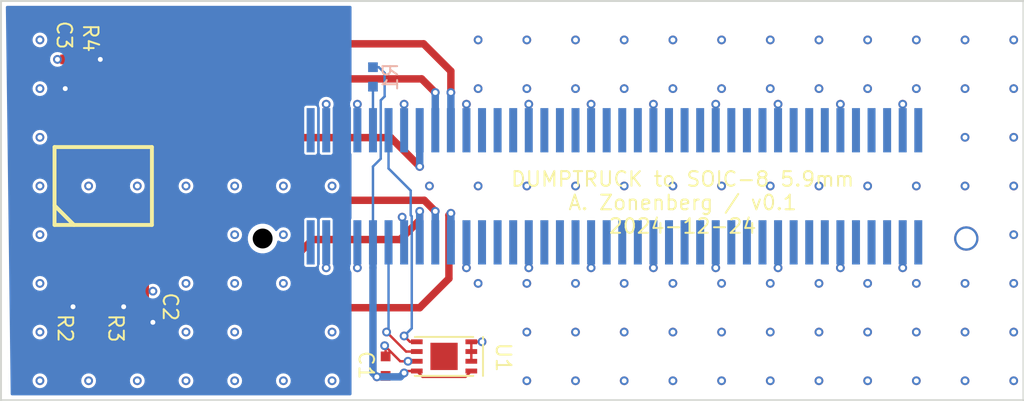
<source format=kicad_pcb>
(kicad_pcb (version 20240108) (generator "pcbnew") (generator_version "8.0")
  (layers (0 "F.Cu" signal) (1 "In1.Cu" signal) (2 "In2.Cu" signal) (31 "B.Cu" signal) (34 "B.Paste" user) (35 "F.Paste" user) (36 "B.SilkS" user "B.Silkscreen") (37 "F.SilkS" user "F.Silkscreen") (38 "B.Mask" user) (39 "F.Mask" user) (44 "Edge.Cuts" user))
  (net 0 "")
  (net 1 "/3V3_EEPROM")
  (net 2 "/GND")
  (net 3 "/VCC")
  (net 7 "/QSPI_DQ3")
  (net 10 "/QSPI_CS_N")
  (net 14 "/QSPI_SCK")
  (net 22 "/QSPI_DQ1")
  (net 35 "Net-(J1B-PRESENT)")
  (net 40 "/EEPROM_SDA")
  (net 42 "/QSPI_DQ2")
  (net 45 "/EEPROM_SCL")
  (net 55 "/QSPI_DQ0")
  (footprint "azonenberg_pcb:DFN_8_0.5MM_2x3MM_TALL" (layer "F.Cu") (at 131.75 92.25 90)
    (property "Reference" "U1" (at -0.05 3.05 -90) (layer "F.SilkS") (effects (font (size 0.75 0.75) (thickness 0.1))))
    (property "Value" "M24C02-RMC6TG" (hide yes))
    (fp_line (start 1 -1.5) (end 1 1.5) (stroke (width 0.1)) (layer "F.SilkS"))
    (fp_line (start -1 -1.5) (end -1 1.5) (stroke (width 0.1)) (layer "F.SilkS"))
    (fp_line (start -1 2) (end 1 2) (stroke (width 0.1)) (layer "F.SilkS"))
    (pad "1" smd rect (at -0.750001 1.4 90) (size 0.25 0.6) (layers "F.Cu" "F.Paste" "F.Mask") (net 1 "/3V3_EEPROM"))
    (pad "2" smd rect (at -0.25 1.4 90) (size 0.25 0.6) (layers "F.Cu" "F.Paste" "F.Mask") (net 2 "/GND"))
    (pad "3" smd rect (at 0.25 1.4 90) (size 0.25 0.6) (layers "F.Cu" "F.Paste" "F.Mask") (net 2 "/GND"))
    (pad "4" smd rect (at 0.750001 1.4 90) (size 0.25 0.6) (layers "F.Cu" "F.Paste" "F.Mask") (net 2 "/GND"))
    (pad "5" smd rect (at 0.750001 -1.4 90) (size 0.25 0.6) (layers "F.Cu" "F.Paste" "F.Mask") (net 40 "/EEPROM_SDA"))
    (pad "6" smd rect (at 0.25 -1.4 90) (size 0.25 0.6) (layers "F.Cu" "F.Paste" "F.Mask") (net 45 "/EEPROM_SCL"))
    (pad "7" smd rect (at -0.25 -1.4 90) (size 0.25 0.6) (layers "F.Cu" "F.Paste" "F.Mask") (net 2 "/GND"))
    (pad "8" smd rect (at -0.750001 -1.4 90) (size 0.25 0.6) (layers "F.Cu" "F.Paste" "F.Mask") (net 1 "/3V3_EEPROM"))
    (pad "PAD" smd rect (at 0 0 90) (size 1.4 1.4) (layers "F.Cu" "F.Mask"))
  )
  (footprint "azonenberg_pcb:EIA_0402_RES_NOSILK" (layer "F.Cu") (at 112.3 89.2 -90)
    (property "Reference" "R2" (at 1.6 0 -90) (layer "F.SilkS") (effects (font (size 0.75 0.75) (thickness 0.1))))
    (property "Value" "10K" (hide yes))
    (pad "1" smd rect (at -0.499999 0 270) (size 0.5 0.5) (layers "F.Cu" "F.Paste" "F.Mask") (net 10 "/QSPI_CS_N"))
    (pad "2" smd rect (at 0.499999 0 270) (size 0.5 0.5) (layers "F.Cu" "F.Paste" "F.Mask") (net 3 "/VCC"))
  )
  (footprint "azonenberg_pcb:SOIC_8_5.3MM" (layer "F.Cu") (at 114.25 83.5)
    (property "Reference" "U2" (hide yes))
    (property "Value" "DUT_SOCKET" (hide yes))
    (fp_line (start -2.5 -2) (end -2.5 2) (stroke (width 0.2)) (layer "F.SilkS"))
    (fp_line (start -2.5 1) (end -1.5 2) (stroke (width 0.2)) (layer "F.SilkS"))
    (fp_line (start -2.5 2) (end 2.5 2) (stroke (width 0.2)) (layer "F.SilkS"))
    (fp_line (start 2.5 -2) (end -2.5 -2) (stroke (width 0.2)) (layer "F.SilkS"))
    (fp_line (start 2.5 2) (end 2.5 -2) (stroke (width 0.2)) (layer "F.SilkS"))
    (pad "1" smd rect (at -1.905 3.65) (size 0.65 1.7) (layers "F.Cu" "F.Paste" "F.Mask") (net 10 "/QSPI_CS_N"))
    (pad "2" smd rect (at -0.635 3.65) (size 0.65 1.7) (layers "F.Cu" "F.Paste" "F.Mask") (net 22 "/QSPI_DQ1"))
    (pad "3" smd rect (at 0.635 3.65) (size 0.65 1.7) (layers "F.Cu" "F.Paste" "F.Mask") (net 42 "/QSPI_DQ2"))
    (pad "4" smd rect (at 1.905 3.65) (size 0.65 1.7) (layers "F.Cu" "F.Paste" "F.Mask") (net 2 "/GND"))
    (pad "5" smd rect (at 1.905 -3.65) (size 0.65 1.7) (layers "F.Cu" "F.Paste" "F.Mask") (net 55 "/QSPI_DQ0"))
    (pad "6" smd rect (at 0.635 -3.65) (size 0.65 1.7) (layers "F.Cu" "F.Paste" "F.Mask") (net 14 "/QSPI_SCK"))
    (pad "7" smd rect (at -0.635 -3.65) (size 0.65 1.7) (layers "F.Cu" "F.Paste" "F.Mask") (net 7 "/QSPI_DQ3"))
    (pad "8" smd rect (at -1.905 -3.65) (size 0.65 1.7) (layers "F.Cu" "F.Paste" "F.Mask") (net 3 "/VCC"))
  )
  (footprint "azonenberg_pcb:EIA_0402_RES_NOSILK" (layer "F.Cu") (at 114.9 89.2 -90)
    (property "Reference" "R3" (at 1.6 0 -90) (layer "F.SilkS") (effects (font (size 0.75 0.75) (thickness 0.1))))
    (property "Value" "10K" (hide yes))
    (pad "1" smd rect (at -0.499999 0 270) (size 0.5 0.5) (layers "F.Cu" "F.Paste" "F.Mask") (net 42 "/QSPI_DQ2"))
    (pad "2" smd rect (at 0.499999 0 270) (size 0.5 0.5) (layers "F.Cu" "F.Paste" "F.Mask") (net 3 "/VCC"))
  )
  (footprint "azonenberg_pcb:EIA_0402_CAP_NOSILK" (layer "F.Cu") (at 112.3 77.5 90)
    (property "Reference" "C3" (at 1.749999 -0.05 -90) (layer "F.SilkS") (effects (font (size 0.75 0.75) (thickness 0.1))))
    (property "Value" "0.47 uF" (hide yes))
    (pad "1" smd rect (at -0.499999 0 90) (size 0.5 0.5) (layers "F.Cu" "F.Paste" "F.Mask") (net 3 "/VCC"))
    (pad "2" smd rect (at 0.499999 0 90) (size 0.5 0.5) (layers "F.Cu" "F.Paste" "F.Mask") (net 2 "/GND"))
  )
  (footprint "azonenberg_pcb:EIA_0402_RES_NOSILK" (layer "F.Cu") (at 113.6 77.5 90)
    (property "Reference" "R4" (at 1.6 0 -90) (layer "F.SilkS") (effects (font (size 0.75 0.75) (thickness 0.1))))
    (property "Value" "10K" (hide yes))
    (pad "1" smd rect (at -0.499999 0 90) (size 0.5 0.5) (layers "F.Cu" "F.Paste" "F.Mask") (net 7 "/QSPI_DQ3"))
    (pad "2" smd rect (at 0.499999 0 90) (size 0.5 0.5) (layers "F.Cu" "F.Paste" "F.Mask") (net 3 "/VCC"))
  )
  (footprint "azonenberg_pcb:EIA_0402_CAP_NOSILK" (layer "F.Cu") (at 128.75 92.75 90)
    (property "Reference" "C1" (at 0.05 -1 -90) (layer "F.SilkS") (effects (font (size 0.75 0.75) (thickness 0.1))))
    (property "Value" "0.47 uF" (hide yes))
    (pad "1" smd rect (at -0.499999 0 90) (size 0.5 0.5) (layers "F.Cu" "F.Paste" "F.Mask") (net 1 "/3V3_EEPROM"))
    (pad "2" smd rect (at 0.499999 0 90) (size 0.5 0.5) (layers "F.Cu" "F.Paste" "F.Mask") (net 2 "/GND"))
  )
  (footprint "azonenberg_pcb:EIA_0603_CAP_NOSILK" (layer "F.Cu") (at 116.2 89.7 90)
    (property "Reference" "C2" (at 0 1.5 -90) (layer "F.SilkS") (effects (font (size 0.75 0.75) (thickness 0.1))))
    (property "Value" "4.7 uF" (hide yes))
    (pad "1" smd rect (at -0.75 0 90) (size 0.8 0.8) (layers "F.Cu" "F.Paste" "F.Mask") (net 3 "/VCC"))
    (pad "2" smd rect (at 0.75 0 90) (size 0.8 0.8) (layers "F.Cu" "F.Paste" "F.Mask") (net 2 "/GND"))
  )
  (footprint "azonenberg_pcb:EIA_0402_RES_NOSILK" (layer "B.Cu") (at 128.1 77.9 -90)
    (property "Reference" "R1" (at 0 -0.9 90) (layer "B.SilkS") (effects (font (size 0.75 0.75) (thickness 0.1)) (justify mirror)))
    (property "Value" "0" (hide yes))
    (pad "1" smd rect (at -0.499999 0 270) (size 0.5 0.5) (layers "B.Cu" "B.Paste" "B.Mask") (net 1 "/3V3_EEPROM"))
    (pad "2" smd rect (at 0.499999 0 270) (size 0.5 0.5) (layers "B.Cu" "B.Paste" "B.Mask") (net 35 "Net-(J1B-PRESENT)"))
  )
  (footprint "azonenberg_pcb:CONN_SAMTEC_BSE-040-01-L-D-A-TR" (layer "B.Cu") (at 140.5 83.5)
    (property "Reference" "J1" (hide yes))
    (property "Value" "CONN_DUMPTRUCK_DEVICE" (hide yes))
    (pad "" np_thru_hole circle (at -18.064 2.6965) (size 1.25 1.25) (drill 1.02) (layers "Dwgs.User"))
    (pad "" np_thru_hole circle (at 18.064 2.6965) (size 1.25 1.25) (drill 1.016) (layers "F&B.Cu" "Dwgs.User"))
    (pad "1" smd rect (at -15.6 -2.8635) (size 0.41 2.273) (layers "B.Cu" "B.Paste" "B.Mask"))
    (pad "2" smd rect (at -15.6 2.8935) (size 0.41 2.273) (layers "B.Cu" "B.Paste" "B.Mask"))
    (pad "3" smd rect (at -14.8 -2.8635) (size 0.41 2.273) (layers "B.Cu" "B.Paste" "B.Mask") (net 2 "/GND"))
    (pad "4" smd rect (at -14.8 2.8935) (size 0.41 2.273) (layers "B.Cu" "B.Paste" "B.Mask") (net 2 "/GND"))
    (pad "5" smd rect (at -14 -2.8635) (size 0.41 2.273) (layers "B.Cu" "B.Paste" "B.Mask") (net 3 "/VCC"))
    (pad "6" smd rect (at -14 2.8935) (size 0.41 2.273) (layers "B.Cu" "B.Paste" "B.Mask") (net 3 "/VCC"))
    (pad "7" smd rect (at -13.2 -2.8635) (size 0.41 2.273) (layers "B.Cu" "B.Paste" "B.Mask") (net 2 "/GND"))
    (pad "8" smd rect (at -13.2 2.8935) (size 0.41 2.273) (layers "B.Cu" "B.Paste" "B.Mask") (net 2 "/GND"))
    (pad "9" smd rect (at -12.4 -2.8635) (size 0.41 2.273) (layers "B.Cu" "B.Paste" "B.Mask") (net 35 "Net-(J1B-PRESENT)"))
    (pad "10" smd rect (at -12.4 2.8935) (size 0.41 2.273) (layers "B.Cu" "B.Paste" "B.Mask") (net 1 "/3V3_EEPROM"))
    (pad "11" smd rect (at -11.6 -2.8635) (size 0.41 2.273) (layers "B.Cu" "B.Paste" "B.Mask") (net 40 "/EEPROM_SDA"))
    (pad "12" smd rect (at -11.6 2.8935) (size 0.41 2.273) (layers "B.Cu" "B.Paste" "B.Mask") (net 45 "/EEPROM_SCL"))
    (pad "13" smd rect (at -10.8 -2.8635) (size 0.41 2.273) (layers "B.Cu" "B.Paste" "B.Mask") (net 2 "/GND"))
    (pad "14" smd rect (at -10.8 2.8935) (size 0.41 2.273) (layers "B.Cu" "B.Paste" "B.Mask") (net 2 "/GND"))
    (pad "15" smd rect (at -10 -2.8635) (size 0.41 2.273) (layers "B.Cu" "B.Paste" "B.Mask") (net 14 "/QSPI_SCK"))
    (pad "16" smd rect (at -10 2.8935) (size 0.41 2.273) (layers "B.Cu" "B.Paste" "B.Mask") (net 42 "/QSPI_DQ2"))
    (pad "17" smd rect (at -9.2 -2.8635) (size 0.41 2.273) (layers "B.Cu" "B.Paste" "B.Mask") (net 55 "/QSPI_DQ0"))
    (pad "18" smd rect (at -9.2 2.8935) (size 0.41 2.273) (layers "B.Cu" "B.Paste" "B.Mask") (net 22 "/QSPI_DQ1"))
    (pad "19" smd rect (at -8.4 -2.8635) (size 0.41 2.273) (layers "B.Cu" "B.Paste" "B.Mask") (net 7 "/QSPI_DQ3"))
    (pad "20" smd rect (at -8.4 2.8935) (size 0.41 2.273) (layers "B.Cu" "B.Paste" "B.Mask") (net 10 "/QSPI_CS_N"))
    (pad "21" smd rect (at -7.6 -2.8635) (size 0.41 2.273) (layers "B.Cu" "B.Paste" "B.Mask") (net 2 "/GND"))
    (pad "22" smd rect (at -7.6 2.8935) (size 0.41 2.273) (layers "B.Cu" "B.Paste" "B.Mask") (net 2 "/GND"))
    (pad "23" smd rect (at -6.8 -2.8635) (size 0.41 2.273) (layers "B.Cu" "B.Paste" "B.Mask"))
    (pad "24" smd rect (at -6.8 2.8935) (size 0.41 2.273) (layers "B.Cu" "B.Paste" "B.Mask"))
    (pad "25" smd rect (at -6 -2.8635) (size 0.41 2.273) (layers "B.Cu" "B.Paste" "B.Mask"))
    (pad "26" smd rect (at -6 2.8935) (size 0.41 2.273) (layers "B.Cu" "B.Paste" "B.Mask"))
    (pad "27" smd rect (at -5.2 -2.8635) (size 0.41 2.273) (layers "B.Cu" "B.Paste" "B.Mask"))
    (pad "28" smd rect (at -5.2 2.8935) (size 0.41 2.273) (layers "B.Cu" "B.Paste" "B.Mask"))
    (pad "29" smd rect (at -4.4 -2.8635) (size 0.41 2.273) (layers "B.Cu" "B.Paste" "B.Mask") (net 2 "/GND"))
    (pad "30" smd rect (at -4.4 2.8935) (size 0.41 2.273) (layers "B.Cu" "B.Paste" "B.Mask") (net 2 "/GND"))
    (pad "31" smd rect (at -3.6 -2.8635) (size 0.41 2.273) (layers "B.Cu" "B.Paste" "B.Mask"))
    (pad "32" smd rect (at -3.6 2.8935) (size 0.41 2.273) (layers "B.Cu" "B.Paste" "B.Mask"))
    (pad "33" smd rect (at -2.8 -2.8635) (size 0.41 2.273) (layers "B.Cu" "B.Paste" "B.Mask"))
    (pad "34" smd rect (at -2.8 2.8935) (size 0.41 2.273) (layers "B.Cu" "B.Paste" "B.Mask"))
    (pad "35" smd rect (at -2 -2.8635) (size 0.41 2.273) (layers "B.Cu" "B.Paste" "B.Mask"))
    (pad "36" smd rect (at -2 2.8935) (size 0.41 2.273) (layers "B.Cu" "B.Paste" "B.Mask"))
    (pad "37" smd rect (at -1.2 -2.8635) (size 0.41 2.273) (layers "B.Cu" "B.Paste" "B.Mask") (net 2 "/GND"))
    (pad "38" smd rect (at -1.2 2.8935) (size 0.41 2.273) (layers "B.Cu" "B.Paste" "B.Mask") (net 2 "/GND"))
    (pad "39" smd rect (at -0.4 -2.8635) (size 0.41 2.273) (layers "B.Cu" "B.Paste" "B.Mask"))
    (pad "40" smd rect (at -0.4 2.8935) (size 0.41 2.273) (layers "B.Cu" "B.Paste" "B.Mask"))
    (pad "41" smd rect (at 0.4 -2.8635) (size 0.41 2.273) (layers "B.Cu" "B.Paste" "B.Mask"))
    (pad "42" smd rect (at 0.4 2.8935) (size 0.41 2.273) (layers "B.Cu" "B.Paste" "B.Mask"))
    (pad "43" smd rect (at 1.2 -2.8635) (size 0.41 2.273) (layers "B.Cu" "B.Paste" "B.Mask"))
    (pad "44" smd rect (at 1.2 2.8935) (size 0.41 2.273) (layers "B.Cu" "B.Paste" "B.Mask"))
    (pad "45" smd rect (at 2 -2.8635) (size 0.41 2.273) (layers "B.Cu" "B.Paste" "B.Mask") (net 2 "/GND"))
    (pad "46" smd rect (at 2 2.8935) (size 0.41 2.273) (layers "B.Cu" "B.Paste" "B.Mask") (net 2 "/GND"))
    (pad "47" smd rect (at 2.8 -2.8635) (size 0.41 2.273) (layers "B.Cu" "B.Paste" "B.Mask"))
    (pad "48" smd rect (at 2.8 2.8935) (size 0.41 2.273) (layers "B.Cu" "B.Paste" "B.Mask"))
    (pad "49" smd rect (at 3.6 -2.8635) (size 0.41 2.273) (layers "B.Cu" "B.Paste" "B.Mask"))
    (pad "50" smd rect (at 3.6 2.8935) (size 0.41 2.273) (layers "B.Cu" "B.Paste" "B.Mask"))
    (pad "51" smd rect (at 4.4 -2.8635) (size 0.41 2.273) (layers "B.Cu" "B.Paste" "B.Mask"))
    (pad "52" smd rect (at 4.4 2.8935) (size 0.41 2.273) (layers "B.Cu" "B.Paste" "B.Mask"))
    (pad "53" smd rect (at 5.2 -2.8635) (size 0.41 2.273) (layers "B.Cu" "B.Paste" "B.Mask") (net 2 "/GND"))
    (pad "54" smd rect (at 5.2 2.8935) (size 0.41 2.273) (layers "B.Cu" "B.Paste" "B.Mask") (net 2 "/GND"))
    (pad "55" smd rect (at 6 -2.8635) (size 0.41 2.273) (layers "B.Cu" "B.Paste" "B.Mask"))
    (pad "56" smd rect (at 6 2.8935) (size 0.41 2.273) (layers "B.Cu" "B.Paste" "B.Mask"))
    (pad "57" smd rect (at 6.8 -2.8635) (size 0.41 2.273) (layers "B.Cu" "B.Paste" "B.Mask"))
    (pad "58" smd rect (at 6.8 2.8935) (size 0.41 2.273) (layers "B.Cu" "B.Paste" "B.Mask"))
    (pad "59" smd rect (at 7.6 -2.8635) (size 0.41 2.273) (layers "B.Cu" "B.Paste" "B.Mask"))
    (pad "60" smd rect (at 7.6 2.8935) (size 0.41 2.273) (layers "B.Cu" "B.Paste" "B.Mask"))
    (pad "61" smd rect (at 8.4 -2.8635) (size 0.41 2.273) (layers "B.Cu" "B.Paste" "B.Mask") (net 2 "/GND"))
    (pad "62" smd rect (at 8.4 2.8935) (size 0.41 2.273) (layers "B.Cu" "B.Paste" "B.Mask") (net 2 "/GND"))
    (pad "63" smd rect (at 9.2 -2.8635) (size 0.41 2.273) (layers "B.Cu" "B.Paste" "B.Mask"))
    (pad "64" smd rect (at 9.2 2.8935) (size 0.41 2.273) (layers "B.Cu" "B.Paste" "B.Mask"))
    (pad "65" smd rect (at 10 -2.8635) (size 0.41 2.273) (layers "B.Cu" "B.Paste" "B.Mask"))
    (pad "66" smd rect (at 10 2.8935) (size 0.41 2.273) (layers "B.Cu" "B.Paste" "B.Mask"))
    (pad "67" smd rect (at 10.8 -2.8635) (size 0.41 2.273) (layers "B.Cu" "B.Paste" "B.Mask"))
    (pad "68" smd rect (at 10.8 2.8935) (size 0.41 2.273) (layers "B.Cu" "B.Paste" "B.Mask"))
    (pad "69" smd rect (at 11.6 -2.8635) (size 0.41 2.273) (layers "B.Cu" "B.Paste" "B.Mask") (net 2 "/GND"))
    (pad "70" smd rect (at 11.6 2.8935) (size 0.41 2.273) (layers "B.Cu" "B.Paste" "B.Mask") (net 2 "/GND"))
    (pad "71" smd rect (at 12.4 -2.8635) (size 0.41 2.273) (layers "B.Cu" "B.Paste" "B.Mask"))
    (pad "72" smd rect (at 12.4 2.8935) (size 0.41 2.273) (layers "B.Cu" "B.Paste" "B.Mask"))
    (pad "73" smd rect (at 13.2 -2.8635) (size 0.41 2.273) (layers "B.Cu" "B.Paste" "B.Mask"))
    (pad "74" smd rect (at 13.2 2.8935) (size 0.41 2.273) (layers "B.Cu" "B.Paste" "B.Mask"))
    (pad "75" smd rect (at 14 -2.8635) (size 0.41 2.273) (layers "B.Cu" "B.Paste" "B.Mask"))
    (pad "76" smd rect (at 14 2.8935) (size 0.41 2.273) (layers "B.Cu" "B.Paste" "B.Mask"))
    (pad "77" smd rect (at 14.8 -2.8635) (size 0.41 2.273) (layers "B.Cu" "B.Paste" "B.Mask") (net 2 "/GND"))
    (pad "78" smd rect (at 14.8 2.8935) (size 0.41 2.273) (layers "B.Cu" "B.Paste" "B.Mask") (net 2 "/GND"))
    (pad "79" smd rect (at 15.6 -2.8635) (size 0.41 2.273) (layers "B.Cu" "B.Paste" "B.Mask"))
    (pad "80" smd rect (at 15.6 2.8935) (size 0.41 2.273) (layers "B.Cu" "B.Paste" "B.Mask"))
  )
  (gr_rect (start 109 74) (end 161.5 94.5) (stroke (width 0.1)) (fill none) (layer "Edge.Cuts"))
  (gr_text "DUMPTRUCK to SOIC-8 5.9mm\nA. Zonenberg / v0.1\n2024-12-24" (at 144 86 0) (layer "F.SilkS") (effects (font (size 0.75 0.75) (thickness 0.1)) (justify bottom)))
  (segment (start 130.35 93.000001) (end 129.799999 93.000001) (width 0.125) (layer "F.Cu") (net 1))
  (segment (start 129.799999 93.000001) (end 129.7 93.1) (width 0.125) (layer "F.Cu") (net 1))
  (segment (start 130.649999 93.3) (end 132.850001 93.3) (width 0.125) (layer "F.Cu") (net 1))
  (segment (start 129.550001 93.249999) (end 129.7 93.1) (width 0.125) (layer "F.Cu") (net 1))
  (segment (start 128.3 93.3) (end 128.699999 93.3) (width 0.125) (layer "F.Cu") (net 1))
  (segment (start 128.75 93.249999) (end 129.550001 93.249999) (width 0.125) (layer "F.Cu") (net 1))
  (segment (start 130.35 93.000001) (end 130.649999 93.3) (width 0.125) (layer "F.Cu") (net 1))
  (segment (start 132.850001 93.3) (end 133.15 93.000001) (width 0.125) (layer "F.Cu") (net 1))
  (via (at 129.7 93.1) (size 0.45) (drill 0.25) (layers "F.Cu" "B.Cu") (net 1))
  (via (at 128.3 93.3) (size 0.45) (drill 0.25) (layers "F.Cu" "B.Cu") (net 1))
  (segment (start 128.099999 86.3935) (end 128.099999 87.699999) (width 0.125) (layer "B.Cu") (net 1))
  (segment (start 128.1 93.1) (end 128.3 93.3) (width 0.381) (layer "B.Cu") (net 1))
  (segment (start 128.7 77.7) (end 128.400001 77.400001) (width 0.125) (layer "B.Cu") (net 1))
  (segment (start 128.1 82.5) (end 128.5 82.1) (width 0.125) (layer "B.Cu") (net 1))
  (segment (start 128.400001 77.400001) (end 128.1 77.400001) (width 0.125) (layer "B.Cu") (net 1))
  (segment (start 128.1 87.7) (end 128.1 86.3935) (width 0.381) (layer "B.Cu") (net 1))
  (segment (start 128.3 93.3) (end 129.5 93.3) (width 0.381) (layer "B.Cu") (net 1))
  (segment (start 128.1 86.3935) (end 128.1 82.5) (width 0.125) (layer "B.Cu") (net 1))
  (segment (start 128.5 82.1) (end 128.5 79.1) (width 0.125) (layer "B.Cu") (net 1))
  (segment (start 129.5 93.3) (end 129.7 93.1) (width 0.381) (layer "B.Cu") (net 1))
  (segment (start 128.7 78.9) (end 128.7 77.7) (width 0.125) (layer "B.Cu") (net 1))
  (segment (start 128.5 79.1) (end 128.7 78.9) (width 0.125) (layer "B.Cu") (net 1))
  (segment (start 128.099999 87.699999) (end 128.1 87.7) (width 0.125) (layer "B.Cu") (net 1))
  (segment (start 128.1 87.7) (end 128.1 93.1) (width 0.381) (layer "B.Cu") (net 1))
  (segment (start 128.7 91.7) (end 129.5 92.5) (width 0.125) (layer "F.Cu") (net 2))
  (segment (start 133.15 92.5) (end 133.15 91.499999) (width 0.125) (layer "F.Cu") (net 2))
  (segment (start 112.3 77.000001) (end 111.900001 77.000001) (width 0.381) (layer "F.Cu") (net 2))
  (segment (start 111.900001 77.000001) (end 111.9 77) (width 0.381) (layer "F.Cu") (net 2))
  (segment (start 128.75 92.250001) (end 128.75 91.75) (width 0.125) (layer "F.Cu") (net 2))
  (segment (start 116.2 88.95) (end 116.75 88.95) (width 0.125) (layer "F.Cu") (net 2))
  (segment (start 116.155 87.15) (end 116.155 88.905) (width 0.381) (layer "F.Cu") (net 2))
  (segment (start 130.35 92.5) (end 129.9 92.5) (width 0.125) (layer "F.Cu") (net 2))
  (segment (start 116.75 88.95) (end 116.8 88.9) (width 0.125) (layer "F.Cu") (net 2))
  (segment (start 129.5 92.5) (end 129.9 92.5) (width 0.125) (layer "F.Cu") (net 2))
  (segment (start 133.7 91.5) (end 133.150001 91.5) (width 0.125) (layer "F.Cu") (net 2))
  (segment (start 128.75 91.75) (end 128.7 91.7) (width 0.125) (layer "F.Cu") (net 2))
  (via (at 161 88.5) (size 0.45) (drill 0.25) (layers "F.Cu" "B.Cu") (net 2))
  (via (at 136 78.5) (size 0.45) (drill 0.25) (layers "F.Cu" "B.Cu") (net 2))
  (via (at 118.5 88.5) (size 0.45) (drill 0.25) (layers "F.Cu" "B.Cu") (net 2))
  (via (at 153.5 93.5) (size 0.45) (drill 0.25) (layers "F.Cu" "B.Cu") (net 2))
  (via (at 141 83.5) (size 0.45) (drill 0.25) (layers "F.Cu" "B.Cu") (net 2))
  (via (at 126 83.5) (size 0.45) (drill 0.25) (layers "F.Cu" "B.Cu") (net 2))
  (via (at 129.7 79.3) (size 0.45) (drill 0.25) (layers "F.Cu" "B.Cu") (net 2))
  (via (at 153.5 88.5) (size 0.45) (drill 0.25) (layers "F.Cu" "B.Cu") (net 2))
  (via (at 123.5 93.5) (size 0.45) (drill 0.25) (layers "F.Cu" "B.Cu") (net 2))
  (via (at 155.3 79.3) (size 0.45) (drill 0.25) (layers "F.Cu" "B.Cu") (net 2))
  (via (at 143.5 91) (size 0.45) (drill 0.25) (layers "F.Cu" "B.Cu") (net 2))
  (via (at 143.5 83.5) (size 0.45) (drill 0.25) (layers "F.Cu" "B.Cu") (net 2))
  (via (at 145.7 79.3) (size 0.45) (drill 0.25) (layers "F.Cu" "B.Cu") (net 2))
  (via (at 138.5 93.5) (size 0.45) (drill 0.25) (layers "F.Cu" "B.Cu") (net 2))
  (via (at 141 78.5) (size 0.45) (drill 0.25) (layers "F.Cu" "B.Cu") (net 2))
  (via (at 148.5 78.5) (size 0.45) (drill 0.25) (layers "F.Cu" "B.Cu") (net 2))
  (via (at 156 91) (size 0.45) (drill 0.25) (layers "F.Cu" "B.Cu") (net 2))
  (via (at 125.7 87.7) (size 0.45) (drill 0.25) (layers "F.Cu" "B.Cu") (net 2))
  (via (at 151 76) (size 0.45) (drill 0.25) (layers "F.Cu" "B.Cu") (net 2))
  (via (at 111.9 77) (size 0.45) (drill 0.25) (layers "F.Cu" "B.Cu") (net 2))
  (via (at 143.5 88.5) (size 0.45) (drill 0.25) (layers "F.Cu" "B.Cu") (net 2))
  (via (at 116 83.5) (size 0.45) (drill 0.25) (layers "F.Cu" "B.Cu") (net 2))
  (via (at 148.9 79.3) (size 0.45) (drill 0.25) (layers "F.Cu" "B.Cu") (net 2))
  (via (at 136 76) (size 0.45) (drill 0.25) (layers "F.Cu" "B.Cu") (net 2))
  (via (at 146 76) (size 0.45) (drill 0.25) (layers "F.Cu" "B.Cu") (net 2))
  (via (at 139.3 87.7) (size 0.45) (drill 0.25) (layers "F.Cu" "B.Cu") (net 2))
  (via (at 141 93.5) (size 0.45) (drill 0.25) (layers "F.Cu" "B.Cu") (net 2))
  (via (at 143.5 93.5) (size 0.45) (drill 0.25) (layers "F.Cu" "B.Cu") (net 2))
  (via (at 132.9 87.7) (size 0.45) (drill 0.25) (layers "F.Cu" "B.Cu") (net 2))
  (via (at 129.6 85.1) (size 0.45) (drill 0.25) (layers "F.Cu" "B.Cu") (net 2))
  (via (at 111 83.5) (size 0.45) (drill 0.25) (layers "F.Cu" "B.Cu") (net 2))
  (via (at 158.5 88.5) (size 0.45) (drill 0.25) (layers "F.Cu" "B.Cu") (net 2))
  (via (at 126 93.5) (size 0.45) (drill 0.25) (layers "F.Cu" "B.Cu") (net 2))
  (via (at 111 91) (size 0.45) (drill 0.25) (layers "F.Cu" "B.Cu") (net 2))
  (via (at 142.5 79.3) (size 0.45) (drill 0.25) (layers "F.Cu" "B.Cu") (net 2))
  (via (at 142.5 87.7) (size 0.45) (drill 0.25) (layers "F.Cu" "B.Cu") (net 2))
  (via (at 113.5 93.5) (size 0.45) (drill 0.25) (layers "F.Cu" "B.Cu") (net 2))
  (via (at 132.9 79.3) (size 0.45) (drill 0.25) (layers "F.Cu" "B.Cu") (net 2))
  (via (at 111 93.5) (size 0.45) (drill 0.25) (layers "F.Cu" "B.Cu") (net 2))
  (via (at 156 88.5) (size 0.45) (drill 0.25) (layers "F.Cu" "B.Cu") (net 2))
  (via (at 156 93.5) (size 0.45) (drill 0.25) (layers "F.Cu" "B.Cu") (net 2))
  (via (at 133.5 78.5) (size 0.45) (drill 0.25) (layers "F.Cu" "B.Cu") (net 2))
  (via (at 138.5 83.5) (size 0.45) (drill 0.25) (layers "F.Cu" "B.Cu") (net 2))
  (via (at 121 91) (size 0.45) (drill 0.25) (layers "F.Cu" "B.Cu") (net 2))
  (via (at 161 86) (size 0.45) (drill 0.25) (layers "F.Cu" "B.Cu") (net 2))
  (via (at 111 78.5) (size 0.45) (drill 0.25) (layers "F.Cu" "B.Cu") (net 2))
  (via (at 136 91) (size 0.45) (drill 0.25) (layers "F.Cu" "B.Cu") (net 2))
  (via (at 111 86) (size 0.45) (drill 0.25) (layers "F.Cu" "B.Cu") (net 2))
  (via (at 161 91) (size 0.45) (drill 0.25) (layers "F.Cu" "B.Cu") (net 2))
  (via (at 138.5 91) (size 0.45) (drill 0.25) (layers "F.Cu" "B.Cu") (net 2))
  (via (at 141 76) (size 0.45) (drill 0.25) (layers "F.Cu" "B.Cu") (net 2))
  (via (at 161 83.5) (size 0.45) (drill 0.25) (layers "F.Cu" "B.Cu") (net 2))
  (via (at 121 88.5) (size 0.45) (drill 0.25) (layers "F.Cu" "B.Cu") (net 2))
  (via (at 151 93.5) (size 0.45) (drill 0.25) (layers "F.Cu" "B.Cu") (net 2))
  (via (at 145.7 87.7) (size 0.45) (drill 0.25) (layers "F.Cu" "B.Cu") (net 2))
  (via (at 146 78.5) (size 0.45) (drill 0.25) (layers "F.Cu" "B.Cu") (net 2))
  (via (at 111 76) (size 0.45) (drill 0.25) (layers "F.Cu" "B.Cu") (net 2))
  (via (at 146 83.5) (size 0.45) (drill 0.25) (layers "F.Cu" "B.Cu") (net 2))
  (via (at 151 78.5) (size 0.45) (drill 0.25) (layers "F.Cu" "B.Cu") (net 2))
  (via (at 128.7 91.7) (size 0.45) (drill 0.25) (layers "F.Cu" "B.Cu") (net 2))
  (via (at 138.5 78.5) (size 0.45) (drill 0.25) (layers "F.Cu" "B.Cu") (net 2))
  (via (at 152.1 87.7) (size 0.45) (drill 0.25) (layers "F.Cu" "B.Cu") (net 2))
  (via (at 153.5 78.5) (size 0.45) (drill 0.25) (layers "F.Cu" "B.Cu") (net 2))
  (via (at 136 93.5) (size 0.45) (drill 0.25) (layers "F.Cu" "B.Cu") (net 2))
  (via (at 118.5 83.5) (size 0.45) (drill 0.25) (layers "F.Cu" "B.Cu") (net 2))
  (via (at 148.5 93.5) (size 0.45) (drill 0.25) (layers "F.Cu" "B.Cu") (net 2))
  (via (at 143.5 78.5) (size 0.45) (drill 0.25) (layers "F.Cu" "B.Cu") (net 2))
  (via (at 158.5 81) (size 0.45) (drill 0.25) (layers "F.Cu" "B.Cu") (net 2))
  (via (at 155.3 87.7) (size 0.45) (drill 0.25) (layers "F.Cu" "B.Cu") (net 2))
  (via (at 123.5 88.5) (size 0.45) (drill 0.25) (layers "F.Cu" "B.Cu") (net 2))
  (via (at 158.5 83.5) (size 0.45) (drill 0.25) (layers "F.Cu" "B.Cu") (net 2))
  (via (at 123.5 83.5) (size 0.45) (drill 0.25) (layers "F.Cu" "B.Cu") (net 2))
  (via (at 156 76) (size 0.45) (drill 0.25) (layers "F.Cu" "B.Cu") (net 2))
  (via (at 161 81) (size 0.45) (drill 0.25) (layers "F.Cu" "B.Cu") (net 2))
  (via (at 141 88.5) (size 0.45) (drill 0.25) (layers "F.Cu" "B.Cu") (net 2))
  (via (at 121 93.5) (size 0.45) (drill 0.25) (layers "F.Cu" "B.Cu") (net 2))
  (via (at 153.5 83.5) (size 0.45) (drill 0.25) (layers "F.Cu" "B.Cu") (net 2))
  (via (at 131 83.5) (size 0.45) (drill 0.25) (layers "F.Cu" "B.Cu") (net 2))
  (via (at 161 93.5) (size 0.45) (drill 0.25) (layers "F.Cu" "B.Cu") (net 2))
  (via (at 146 91) (size 0.45) (drill 0.25) (layers "F.Cu" "B.Cu") (net 2))
  (via (at 133.5 83.5) (size 0.45) (drill 0.25) (layers "F.Cu" "B.Cu") (net 2))
  (via (at 116.8 88.9) (size 0.45) (drill 0.25) (layers "F.Cu" "B.Cu") (net 2))
  (via (at 153.5 76) (size 0.45) (drill 0.25) (layers "F.Cu" "B.Cu") (net 2))
  (via (at 133.5 76) (size 0.45) (drill 0.25) (layers "F.Cu" "B.Cu") (net 2))
  (via (at 126 91) (size 0.45) (drill 0.25) (layers "F.Cu" "B.Cu") (net 2))
  (via (at 158.5 76) (size 0.45) (drill 0.25) (layers "F.Cu" "B.Cu") (net 2))
  (via (at 121 83.5) (size 0.45) (drill 0.25) (layers "F.Cu" "B.Cu") (net 2))
  (via (at 111 81) (size 0.45) (drill 0.25) (layers "F.Cu" "B.Cu") (net 2))
  (via (at 158.5 93.5) (size 0.45) (drill 0.25) (layers "F.Cu" "B.Cu") (net 2))
  (via (at 148.9 87.7) (size 0.45) (drill 0.25) (layers "F.Cu" "B.Cu") (net 2))
  (via (at 113.5 83.5) (size 0.45) (drill 0.25) (layers "F.Cu" "B.Cu") (net 2))
  (via (at 129.9 92.5) (size 0.45) (drill 0.25) (layers "F.Cu" "B.Cu") (net 2))
  (via (at 136 83.5) (size 0.45) (drill 0.25) (layers "F.Cu" "B.Cu") (net 2))
  (via (at 138.5 88.5) (size 0.45) (drill 0.25) (layers "F.Cu" "B.Cu") (net 2))
  (via (at 133.5 88.5) (size 0.45) (drill 0.25) (layers "F.Cu" "B.Cu") (net 2))
  (via (at 138.5 76) (size 0.45) (drill 0.25) (layers "F.Cu" "B.Cu") (net 2))
  (via (at 161 78.5) (size 0.45) (drill 0.25) (layers "F.Cu" "B.Cu") (net 2))
  (via (at 148.5 83.5) (size 0.45) (drill 0.25) (layers "F.Cu" "B.Cu") (net 2))
  (via (at 148.5 88.5) (size 0.45) (drill 0.25) (layers "F.Cu" "B.Cu") (net 2))
  (via (at 125.7 79.3) (size 0.45) (drill 0.25) (layers "F.Cu" "B.Cu") (net 2))
  (via (at 127.3 87.7) (size 0.45) (drill 0.25) (layers "F.Cu" "B.Cu") (net 2))
  (via (at 136.1 87.7) (size 0.45) (drill 0.25) (layers "F.Cu" "B.Cu") (net 2))
  (via (at 158.5 91) (size 0.45) (drill 0.25) (layers "F.Cu" "B.Cu") (net 2))
  (via (at 116 93.5) (size 0.45) (drill 0.25) (layers "F.Cu" "B.Cu") (net 2))
  (via (at 146 93.5) (size 0.45) (drill 0.25) (layers "F.Cu" "B.Cu") (net 2))
  (via (at 143.5 76) (size 0.45) (drill 0.25) (layers "F.Cu" "B.Cu") (net 2))
  (via (at 136 88.5) (size 0.45) (drill 0.25) (layers "F.Cu" "B.Cu") (net 2))
  (via (at 118.5 91) (size 0.45) (drill 0.25) (layers "F.Cu" "B.Cu") (net 2))
  (via (at 161 76) (size 0.45) (drill 0.25) (layers "F.Cu" "B.Cu") (net 2))
  (via (at 148.5 76) (size 0.45) (drill 0.25) (layers "F.Cu" "B.Cu") (net 2))
  (via (at 151 91) (size 0.45) (drill 0.25) (layers "F.Cu" "B.Cu") (net 2))
  (via (at 121 86) (size 0.45) (drill 0.25) (layers "F.Cu" "B.Cu") (net 2))
  (via (at 118.5 93.5) (size 0.45) (drill 0.25) (layers "F.Cu" "B.Cu") (net 2))
  (via (at 153.5 91) (size 0.45) (drill 0.25) (layers "F.Cu" "B.Cu") (net 2))
  (via (at 158.5 78.5) (size 0.45) (drill 0.25) (layers "F.Cu" "B.Cu") (net 2))
  (via (at 111 88.5) (size 0.45) (drill 0.25) (layers "F.Cu" "B.Cu") (net 2))
  (via (at 151 88.5) (size 0.45) (drill 0.25) (layers "F.Cu" "B.Cu") (net 2))
  (via (at 148.5 91) (size 0.45) (drill 0.25) (layers "F.Cu" "B.Cu") (net 2))
  (via (at 146 88.5) (size 0.45) (drill 0.25) (layers "F.Cu" "B.Cu") (net 2))
  (via (at 156 78.5) (size 0.45) (drill 0.25) (layers "F.Cu" "B.Cu") (net 2))
  (via (at 136.1 79.3) (size 0.45) (drill 0.25) (layers "F.Cu" "B.Cu") (net 2))
  (via (at 141 91) (size 0.45) (drill 0.25) (layers "F.Cu" "B.Cu") (net 2))
  (via (at 151 83.5) (size 0.45) (drill 0.25) (layers "F.Cu" "B.Cu") (net 2))
  (via (at 127.3 79.3) (size 0.45) (drill 0.25) (layers "F.Cu" "B.Cu") (net 2))
  (via (at 133.7 91.5) (size 0.45) (drill 0.25) (layers "F.Cu" "B.Cu") (net 2))
  (via (at 139.3 79.3) (size 0.45) (drill 0.25) (layers "F.Cu" "B.Cu") (net 2))
  (via (at 152.1 79.3) (size 0.45) (drill 0.25) (layers "F.Cu" "B.Cu") (net 2))
  (via (at 123.5 86) (size 0.45) (drill 0.25) (layers "F.Cu" "B.Cu") (net 2))
  (via (at 156 83.5) (size 0.45) (drill 0.25) (layers "F.Cu" "B.Cu") (net 2))
  (segment (start 127.3 87.7) (end 127.3 86.3935) (width 0.125) (layer "B.Cu") (net 2))
  (segment (start 129.7 86.3935) (end 129.7 85.2) (width 0.125) (layer "B.Cu") (net 2))
  (segment (start 142.5 79.3) (end 142.5 80.6365) (width 0.125) (layer "B.Cu") (net 2))
  (segment (start 125.7 79.3) (end 125.7 80.6365) (width 0.125) (layer "B.Cu") (net 2))
  (segment (start 129.7 80.6365) (end 129.7 79.3) (width 0.125) (layer "B.Cu") (net 2))
  (segment (start 136.1 87.7) (end 136.1 86.3935) (width 0.125) (layer "B.Cu") (net 2))
  (segment (start 129.7 85.2) (end 129.6 85.1) (width 0.125) (layer "B.Cu") (net 2))
  (segment (start 152.1 87.7) (end 152.1 86.3935) (width 0.125) (layer "B.Cu") (net 2))
  (segment (start 139.3 79.3) (end 139.3 80.6365) (width 0.125) (layer "B.Cu") (net 2))
  (segment (start 132.9 79.3) (end 132.9 80.6365) (width 0.125) (layer "B.Cu") (net 2))
  (segment (start 127.3 79.3) (end 127.3 80.6365) (width 0.125) (layer "B.Cu") (net 2))
  (segment (start 148.9 79.3) (end 148.9 80.6365) (width 0.125) (layer "B.Cu") (net 2))
  (segment (start 142.5 87.7) (end 142.5 86.3935) (width 0.125) (layer "B.Cu") (net 2))
  (segment (start 136.1 79.3) (end 136.1 80.6365) (width 0.125) (layer "B.Cu") (net 2))
  (segment (start 148.9 87.7) (end 148.9 86.393501) (width 0.125) (layer "B.Cu") (net 2))
  (segment (start 152.1 79.3) (end 152.1 80.6365) (width 0.125) (layer "B.Cu") (net 2))
  (segment (start 125.7 87.7) (end 125.7 86.3935) (width 0.125) (layer "B.Cu") (net 2))
  (segment (start 155.3 87.7) (end 155.3 86.3935) (width 0.125) (layer "B.Cu") (net 2))
  (segment (start 145.7 79.3) (end 145.7 80.6365) (width 0.125) (layer "B.Cu") (net 2))
  (segment (start 139.299999 87.699999) (end 139.299999 86.3935) (width 0.125) (layer "B.Cu") (net 2))
  (segment (start 145.7 87.7) (end 145.7 86.3935) (width 0.125) (layer "B.Cu") (net 2))
  (segment (start 155.3 79.3) (end 155.3 80.6365) (width 0.125) (layer "B.Cu") (net 2))
  (segment (start 139.3 87.7) (end 139.299999 87.699999) (width 0.125) (layer "B.Cu") (net 2))
  (segment (start 115.3 89.7) (end 114.900001 89.7) (width 0.125) (layer "F.Cu") (net 3))
  (segment (start 112.3 77.999999) (end 112.3 79.805) (width 0.381) (layer "F.Cu") (net 3))
  (segment (start 116.8 90.5) (end 116.25 90.5) (width 0.125) (layer "F.Cu") (net 3))
  (segment (start 112.7 89.7) (end 112.300001 89.7) (width 0.125) (layer "F.Cu") (net 3))
  (segment (start 113.6 77.000001) (end 114.099999 77.000001) (width 0.381) (layer "F.Cu") (net 3))
  (segment (start 114.099999 77.000001) (end 114.1 77) (width 0.381) (layer "F.Cu") (net 3))
  (via (at 112.7 89.7) (size 0.45) (drill 0.25) (layers "F.Cu" "B.Cu") (net 3))
  (via (at 116.8 90.5) (size 0.45) (drill 0.25) (layers "F.Cu" "B.Cu") (net 3))
  (via (at 115.3 89.7) (size 0.45) (drill 0.25) (layers "F.Cu" "B.Cu") (net 3))
  (via (at 112.3 78.5) (size 0.45) (drill 0.25) (layers "F.Cu" "B.Cu") (net 3))
  (via (at 114.1 77) (size 0.45) (drill 0.25) (layers "F.Cu" "B.Cu") (net 3))
  (segment (start 126.5 80.6365) (end 126.5 86.3935) (width 0.125) (layer "B.Cu") (net 3))
  (segment (start 126.5 80.6365) (end 126.5 77.75) (width 0.125) (layer "B.Cu") (net 3))
  (segment (start 124.8 90.5) (end 116.8 90.5) (width 0.125) (layer "B.Cu") (net 3))
  (segment (start 111.75 81.25) (end 111.75 88.75) (width 0.125) (layer "B.Cu") (net 3))
  (segment (start 116.1 90.5) (end 116.8 90.5) (width 0.125) (layer "B.Cu") (net 3))
  (segment (start 112.3 80.7) (end 111.75 81.25) (width 0.125) (layer "B.Cu") (net 3))
  (segment (start 113.8 77) (end 112.3 78.5) (width 0.125) (layer "B.Cu") (net 3))
  (segment (start 126.5 88.8) (end 124.8 90.5) (width 0.125) (layer "B.Cu") (net 3))
  (segment (start 115.25 89.75) (end 115.3 89.7) (width 0.125) (layer "B.Cu") (net 3))
  (segment (start 112.75 89.75) (end 115.25 89.75) (width 0.125) (layer "B.Cu") (net 3))
  (segment (start 112.7 89.7) (end 112.75 89.75) (width 0.125) (layer "B.Cu") (net 3))
  (segment (start 115.3 89.7) (end 116.1 90.5) (width 0.125) (layer "B.Cu") (net 3))
  (segment (start 112.3 78.5) (end 112.3 80.7) (width 0.125) (layer "B.Cu") (net 3))
  (segment (start 126.5 86.3935) (end 126.5 88.8) (width 0.125) (layer "B.Cu") (net 3))
  (segment (start 125.75 77) (end 114.1 77) (width 0.125) (layer "B.Cu") (net 3))
  (segment (start 111.75 88.75) (end 112.7 89.7) (width 0.125) (layer "B.Cu") (net 3))
  (segment (start 114.1 77) (end 113.8 77) (width 0.125) (layer "B.Cu") (net 3))
  (segment (start 126.5 77.75) (end 125.75 77) (width 0.125) (layer "B.Cu") (net 3))
  (segment (start 114.700001 77.999999) (end 116.5 76.2) (width 0.381) (layer "F.Cu") (net 7))
  (segment (start 113.6 77.999999) (end 113.6 79.835) (width 0.381) (layer "F.Cu") (net 7))
  (segment (start 130.7 76.2) (end 132.1 77.6) (width 0.381) (layer "F.Cu") (net 7))
  (segment (start 130.7 76.2) (end 116.5 76.2) (width 0.381) (layer "F.Cu") (net 7))
  (segment (start 132.1 77.6) (end 132.1 78.7) (width 0.381) (layer "F.Cu") (net 7))
  (segment (start 113.6 77.999999) (end 114.700001 77.999999) (width 0.381) (layer "F.Cu") (net 7))
  (via (at 132.1 78.7) (size 0.45) (drill 0.25) (layers "F.Cu" "B.Cu") (net 7))
  (segment (start 132.1 78.7) (end 132.1 80.6365) (width 0.381) (layer "B.Cu") (net 7))
  (segment (start 132 88.25) (end 132 85) (width 0.381) (layer "F.Cu") (net 10))
  (segment (start 124.75 89.75) (end 130.5 89.75) (width 0.381) (layer "F.Cu") (net 10))
  (segment (start 113.75 89.25) (end 113.75 91) (width 0.381) (layer "F.Cu") (net 10))
  (segment (start 122.75 91.75) (end 124.75 89.75) (width 0.381) (layer "F.Cu") (net 10))
  (segment (start 112.3 88.700001) (end 113.200001 88.700001) (width 0.381) (layer "F.Cu") (net 10))
  (segment (start 113.75 91) (end 114.5 91.75) (width 0.381) (layer "F.Cu") (net 10))
  (segment (start 114.5 91.75) (end 122.75 91.75) (width 0.381) (layer "F.Cu") (net 10))
  (segment (start 113.200001 88.700001) (end 113.75 89.25) (width 0.381) (layer "F.Cu") (net 10))
  (segment (start 130.5 89.75) (end 132 88.25) (width 0.381) (layer "F.Cu") (net 10))
  (segment (start 132 85) (end 132.1 84.9) (width 0.381) (layer "F.Cu") (net 10))
  (segment (start 112.345 87.15) (end 112.345 88.655001) (width 0.381) (layer "F.Cu") (net 10))
  (via (at 132.1 84.9) (size 0.45) (drill 0.25) (layers "F.Cu" "B.Cu") (net 10))
  (segment (start 132.1 84.9) (end 132.1 86.393499) (width 0.381) (layer "B.Cu") (net 10))
  (segment (start 114.885 79.85) (end 114.885 81.135) (width 0.381) (layer "F.Cu") (net 14))
  (segment (start 117.8545 81.0155) (end 129.0155 81.0155) (width 0.381) (layer "F.Cu") (net 14))
  (segment (start 129.0155 81.0155) (end 130.5 82.5) (width 0.381) (layer "F.Cu") (net 14))
  (segment (start 117.25 81.62) (end 117.8545 81.0155) (width 0.381) (layer "F.Cu") (net 14))
  (segment (start 114.885 81.135) (end 115.37 81.62) (width 0.381) (layer "F.Cu") (net 14))
  (segment (start 115.37 81.62) (end 117.25 81.62) (width 0.381) (layer "F.Cu") (net 14))
  (via (at 130.5 82.5) (size 0.45) (drill 0.25) (layers "F.Cu" "B.Cu") (net 14))
  (segment (start 130.5 82.5) (end 130.5 80.6365) (width 0.381) (layer "B.Cu") (net 14))
  (segment (start 113.615 87.15) (end 113.615 85.885) (width 0.381) (layer "F.Cu") (net 22))
  (segment (start 113.615 85.885) (end 114.625 84.875) (width 0.381) (layer "F.Cu") (net 22))
  (segment (start 125.5155 84.2345) (end 130.7345 84.2345) (width 0.381) (layer "F.Cu") (net 22))
  (segment (start 130.7345 84.2345) (end 131.3 84.8) (width 0.381) (layer "F.Cu") (net 22))
  (segment (start 124.875 84.875) (end 125.5155 84.2345) (width 0.381) (layer "F.Cu") (net 22))
  (segment (start 114.625 84.875) (end 124.875 84.875) (width 0.381) (layer "F.Cu") (net 22))
  (via (at 131.3 84.8) (size 0.45) (drill 0.25) (layers "F.Cu" "B.Cu") (net 22))
  (segment (start 131.3 84.8) (end 131.3 86.3935) (width 0.381) (layer "B.Cu") (net 22))
  (segment (start 128.1 78.399999) (end 128.1 80.6365) (width 0.125) (layer "B.Cu") (net 35))
  (segment (start 129.999999 91.499999) (end 129.7 91.2) (width 0.125) (layer "F.Cu") (net 40))
  (segment (start 130.35 91.499999) (end 129.999999 91.499999) (width 0.125) (layer "F.Cu") (net 40))
  (via (at 129.7 91.2) (size 0.45) (drill 0.25) (layers "F.Cu" "B.Cu") (net 40))
  (segment (start 130.0925 85.0545) (end 130.0925 90.8075) (width 0.125) (layer "B.Cu") (net 40))
  (segment (start 128.9 80.6365) (end 128.9 82.6) (width 0.125) (layer "B.Cu") (net 40))
  (segment (start 130.0375 83.7375) (end 130.0375 84.9995) (width 0.125) (layer "B.Cu") (net 40))
  (segment (start 130.0925 90.8075) (end 129.7 91.2) (width 0.125) (layer "B.Cu") (net 40))
  (segment (start 130.0375 84.9995) (end 130.0925 85.0545) (width 0.125) (layer "B.Cu") (net 40))
  (segment (start 128.9 82.6) (end 130.0375 83.7375) (width 0.125) (layer "B.Cu") (net 40))
  (segment (start 114.885 87.15) (end 114.885 86.015) (width 0.381) (layer "F.Cu") (net 42))
  (segment (start 114.885 86.015) (end 115.075 85.825) (width 0.381) (layer "F.Cu") (net 42))
  (segment (start 130.5 85.25) (end 130.5 84.8) (width 0.381) (layer "F.Cu") (net 42))
  (segment (start 117.325 85.825) (end 119.25 87.75) (width 0.381) (layer "F.Cu") (net 42))
  (segment (start 129.5 86.25) (end 130.5 85.25) (width 0.381) (layer "F.Cu") (net 42))
  (segment (start 125 86.25) (end 129.5 86.25) (width 0.381) (layer "F.Cu") (net 42))
  (segment (start 119.25 87.75) (end 123.5 87.75) (width 0.381) (layer "F.Cu") (net 42))
  (segment (start 115.075 85.825) (end 117.325 85.825) (width 0.381) (layer "F.Cu") (net 42))
  (segment (start 114.885 87.15) (end 114.885 88.685001) (width 0.381) (layer "F.Cu") (net 42))
  (segment (start 123.5 87.75) (end 125 86.25) (width 0.381) (layer "F.Cu") (net 42))
  (via (at 130.5 84.8) (size 0.45) (drill 0.25) (layers "F.Cu" "B.Cu") (net 42))
  (segment (start 130.5 84.8) (end 130.5 86.3935) (width 0.381) (layer "B.Cu") (net 42))
  (segment (start 128.8 91) (end 129.8 92) (width 0.125) (layer "F.Cu") (net 45))
  (segment (start 129.8 92) (end 130.35 92) (width 0.125) (layer "F.Cu") (net 45))
  (via (at 128.8 91) (size 0.45) (drill 0.25) (layers "F.Cu" "B.Cu") (net 45))
  (segment (start 128.9 90.9) (end 128.8 91) (width 0.125) (layer "B.Cu") (net 45))
  (segment (start 128.9 86.3935) (end 128.9 90.9) (width 0.125) (layer "B.Cu") (net 45))
  (segment (start 130.6 78) (end 116.75 78) (width 0.381) (layer "F.Cu") (net 55))
  (segment (start 116.155 78.595) (end 116.75 78) (width 0.381) (layer "F.Cu") (net 55))
  (segment (start 130.6 78) (end 131.3 78.7) (width 0.381) (layer "F.Cu") (net 55))
  (segment (start 116.155 79.85) (end 116.155 78.595) (width 0.381) (layer "F.Cu") (net 55))
  (via (at 131.3 78.7) (size 0.45) (drill 0.25) (layers "F.Cu" "B.Cu") (net 55))
  (segment (start 131.3 78.7) (end 131.3 80.6365) (width 0.381) (layer "B.Cu") (net 55))
  (zone (net 3) (net_name "/VCC") (layer "B.Cu") (priority 1) (connect_pads thru_hole_only (clearance 0.125)) (min_thickness 0.125) (fill yes (thermal_gap 0.5) (thermal_bridge_width 0.5))
    (polygon (pts (xy 109.25 74.25) (xy 109.5 94.25) (xy 127 94.25) (xy 127 74.25)))
  )
)
</source>
